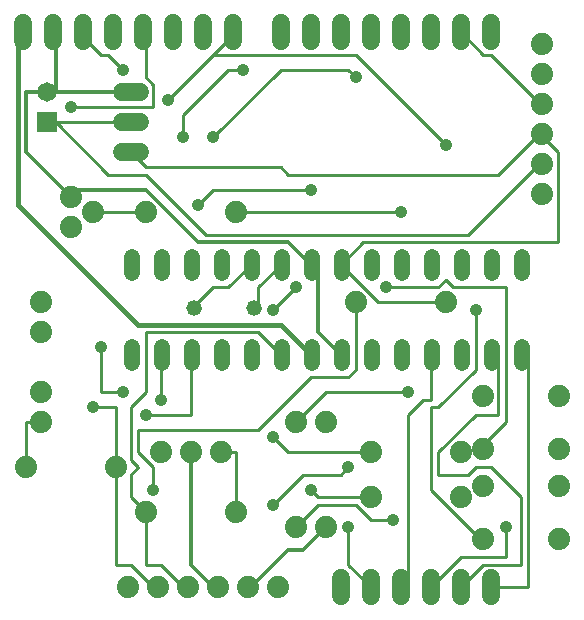
<source format=gbl>
G75*
%MOIN*%
%OFA0B0*%
%FSLAX24Y24*%
%IPPOS*%
%LPD*%
%AMOC8*
5,1,8,0,0,1.08239X$1,22.5*
%
%ADD10C,0.0520*%
%ADD11C,0.0600*%
%ADD12C,0.0740*%
%ADD13C,0.0520*%
%ADD14R,0.0650X0.0650*%
%ADD15C,0.0650*%
%ADD16C,0.0120*%
%ADD17C,0.0100*%
%ADD18C,0.0420*%
%ADD19C,0.0160*%
D10*
X004650Y009040D02*
X004650Y009560D01*
X005650Y009560D02*
X005650Y009040D01*
X006650Y009040D02*
X006650Y009560D01*
X007650Y009560D02*
X007650Y009040D01*
X008650Y009040D02*
X008650Y009560D01*
X009650Y009560D02*
X009650Y009040D01*
X010650Y009040D02*
X010650Y009560D01*
X011650Y009560D02*
X011650Y009040D01*
X012650Y009040D02*
X012650Y009560D01*
X013650Y009560D02*
X013650Y009040D01*
X014650Y009040D02*
X014650Y009560D01*
X015650Y009560D02*
X015650Y009040D01*
X016650Y009040D02*
X016650Y009560D01*
X017650Y009560D02*
X017650Y009040D01*
X017650Y012040D02*
X017650Y012560D01*
X016650Y012560D02*
X016650Y012040D01*
X015650Y012040D02*
X015650Y012560D01*
X014650Y012560D02*
X014650Y012040D01*
X013650Y012040D02*
X013650Y012560D01*
X012650Y012560D02*
X012650Y012040D01*
X011650Y012040D02*
X011650Y012560D01*
X010650Y012560D02*
X010650Y012040D01*
X009650Y012040D02*
X009650Y012560D01*
X008650Y012560D02*
X008650Y012040D01*
X007650Y012040D02*
X007650Y012560D01*
X006650Y012560D02*
X006650Y012040D01*
X005650Y012040D02*
X005650Y012560D01*
X004650Y012560D02*
X004650Y012040D01*
D11*
X004900Y016050D02*
X004300Y016050D01*
X004300Y017050D02*
X004900Y017050D01*
X004900Y018050D02*
X004300Y018050D01*
X004000Y019750D02*
X004000Y020350D01*
X005000Y020350D02*
X005000Y019750D01*
X006000Y019750D02*
X006000Y020350D01*
X007000Y020350D02*
X007000Y019750D01*
X008000Y019750D02*
X008000Y020350D01*
X009600Y020350D02*
X009600Y019750D01*
X010600Y019750D02*
X010600Y020350D01*
X011600Y020350D02*
X011600Y019750D01*
X012600Y019750D02*
X012600Y020350D01*
X013600Y020350D02*
X013600Y019750D01*
X014600Y019750D02*
X014600Y020350D01*
X015600Y020350D02*
X015600Y019750D01*
X016600Y019750D02*
X016600Y020350D01*
X003000Y020350D02*
X003000Y019750D01*
X002000Y019750D02*
X002000Y020350D01*
X001000Y020350D02*
X001000Y019750D01*
X011600Y001850D02*
X011600Y001250D01*
X012600Y001250D02*
X012600Y001850D01*
X013600Y001850D02*
X013600Y001250D01*
X014600Y001250D02*
X014600Y001850D01*
X015600Y001850D02*
X015600Y001250D01*
X016600Y001250D02*
X016600Y001850D01*
D12*
X016320Y003160D03*
X015600Y004550D03*
X016320Y004940D03*
X016320Y006160D03*
X015600Y006050D03*
X016320Y007940D03*
X018880Y007940D03*
X018880Y006160D03*
X018880Y004940D03*
X018880Y003160D03*
X012600Y004550D03*
X012600Y006050D03*
X011100Y007050D03*
X010100Y007050D03*
X007600Y006050D03*
X006600Y006050D03*
X005600Y006050D03*
X004100Y005550D03*
X005100Y004050D03*
X005500Y001550D03*
X006500Y001550D03*
X007500Y001550D03*
X008500Y001550D03*
X009500Y001550D03*
X010100Y003550D03*
X011100Y003550D03*
X008100Y004050D03*
X004500Y001550D03*
X001100Y005550D03*
X001600Y007050D03*
X001600Y008050D03*
X001600Y010050D03*
X001600Y011050D03*
X002600Y013550D03*
X003350Y014050D03*
X002600Y014550D03*
X005100Y014050D03*
X008100Y014050D03*
X012100Y011050D03*
X015100Y011050D03*
X018300Y014650D03*
X018300Y015650D03*
X018300Y016650D03*
X018300Y017650D03*
X018300Y018650D03*
X018300Y019650D03*
D13*
X008700Y010850D03*
X006700Y010850D03*
D14*
X001800Y017050D03*
D15*
X001800Y018050D03*
D16*
X001100Y018050D01*
X001100Y016050D01*
X002600Y014550D01*
X002850Y014800D01*
X005100Y014800D01*
X006850Y013050D01*
X009850Y013050D01*
X010600Y012300D01*
X010650Y012300D01*
X010850Y012300D01*
X010850Y010050D01*
X011600Y009300D01*
X011650Y009300D01*
X006600Y006050D02*
X006600Y002300D01*
X007350Y001550D01*
X007500Y001550D01*
X008500Y001550D02*
X008600Y001550D01*
X009850Y002800D01*
X010350Y002800D01*
X011100Y003550D01*
X004600Y018050D02*
X002100Y018050D01*
X001800Y018050D01*
X002100Y018050D02*
X002100Y020050D01*
X002000Y020050D01*
D17*
X004100Y002300D02*
X004600Y002300D01*
X005350Y001550D01*
X005500Y001550D01*
X005600Y002300D02*
X005100Y002300D01*
X005100Y004050D01*
X004600Y004550D01*
X004600Y005300D01*
X004850Y005550D01*
X004600Y005800D01*
X004600Y007550D01*
X005100Y008050D01*
X005100Y010050D01*
X008850Y010050D01*
X009600Y009300D01*
X009650Y009300D01*
X010600Y008550D02*
X011850Y008550D01*
X012100Y008800D01*
X012100Y011050D01*
X012850Y011050D02*
X011600Y012300D01*
X011650Y012300D01*
X011600Y012300D02*
X012350Y013050D01*
X018850Y013050D01*
X018850Y016050D01*
X018350Y016550D01*
X018300Y016650D01*
X018100Y016550D01*
X016850Y015300D01*
X009850Y015300D01*
X009600Y015550D01*
X005100Y015550D01*
X004600Y016050D01*
X005100Y015300D02*
X003850Y015300D01*
X002100Y017050D01*
X001800Y017050D01*
X002100Y017050D02*
X004600Y017050D01*
X005350Y017550D02*
X002600Y017550D01*
X003600Y019300D02*
X002850Y020050D01*
X003000Y020050D01*
X003600Y019300D02*
X003850Y019300D01*
X004350Y018800D01*
X005100Y018550D02*
X005350Y018300D01*
X005350Y017550D01*
X005850Y017800D02*
X007350Y019300D01*
X012100Y019300D01*
X015100Y016300D01*
X013600Y014050D02*
X008100Y014050D01*
X007350Y014800D02*
X010600Y014800D01*
X009650Y012300D02*
X009600Y012300D01*
X008850Y011550D01*
X008850Y011050D01*
X008700Y010850D01*
X009350Y010800D02*
X010100Y011550D01*
X008650Y012300D02*
X008600Y012300D01*
X007850Y011550D01*
X007350Y011550D01*
X006850Y011050D01*
X006700Y010850D01*
X006650Y009300D02*
X006600Y009300D01*
X006600Y007300D01*
X005100Y007300D01*
X004850Y006800D02*
X008850Y006800D01*
X010600Y008550D01*
X011100Y008050D02*
X013850Y008050D01*
X014350Y007800D02*
X013850Y007300D01*
X013850Y001550D01*
X013600Y001550D01*
X012600Y001550D02*
X011850Y002300D01*
X011850Y003550D01*
X012600Y003800D02*
X012100Y004300D01*
X010850Y004300D01*
X010100Y003550D01*
X009350Y004300D02*
X010350Y005300D01*
X011600Y005300D01*
X011850Y005550D01*
X012600Y006050D02*
X009850Y006050D01*
X009350Y006550D01*
X010100Y007050D02*
X011100Y008050D01*
X008100Y006050D02*
X007600Y006050D01*
X008100Y006050D02*
X008100Y004050D01*
X010600Y004800D02*
X010850Y004550D01*
X012600Y004550D01*
X012600Y003800D02*
X013350Y003800D01*
X014600Y004800D02*
X014600Y007550D01*
X014850Y007550D01*
X016100Y008800D01*
X016100Y010800D01*
X015350Y011550D02*
X015100Y011800D01*
X014850Y011550D01*
X013100Y011550D01*
X012850Y011050D02*
X015100Y011050D01*
X015350Y011550D02*
X017100Y011550D01*
X017100Y007050D01*
X016350Y006300D01*
X016320Y006160D01*
X016100Y005550D02*
X016600Y005550D01*
X017600Y004550D01*
X017600Y002300D01*
X016350Y002300D01*
X015600Y001550D01*
X014600Y001550D02*
X015600Y002550D01*
X017100Y002550D01*
X017100Y003550D01*
X016320Y003160D02*
X016100Y003300D01*
X014600Y004800D01*
X014850Y005300D02*
X015850Y005300D01*
X016100Y005550D01*
X014850Y005300D02*
X014850Y006050D01*
X016100Y007300D01*
X016850Y007300D01*
X016850Y009300D01*
X016650Y009300D01*
X017650Y009300D02*
X017850Y009300D01*
X017850Y001550D01*
X016600Y001550D01*
X014600Y007800D02*
X014350Y007800D01*
X014600Y007800D02*
X014600Y009300D01*
X014650Y009300D01*
X015850Y013300D02*
X007100Y013300D01*
X005100Y015300D01*
X005100Y014050D02*
X003350Y014050D01*
X006350Y016550D02*
X006350Y017300D01*
X007850Y018800D01*
X008350Y018800D01*
X007350Y019300D02*
X008100Y020050D01*
X008000Y020050D01*
X009600Y018800D02*
X011850Y018800D01*
X012100Y018550D01*
X009600Y018800D02*
X007350Y016550D01*
X007350Y014800D02*
X006850Y014300D01*
X005100Y018550D02*
X005100Y020050D01*
X005000Y020050D01*
X003600Y009550D02*
X003600Y008050D01*
X004350Y008050D01*
X004100Y007550D02*
X003350Y007550D01*
X004100Y007550D02*
X004100Y005550D01*
X004100Y002300D01*
X005600Y002300D02*
X006350Y001550D01*
X006500Y001550D01*
X005350Y004800D02*
X005350Y005550D01*
X004850Y006050D01*
X004850Y006800D01*
X005600Y007800D02*
X005600Y009300D01*
X005650Y009300D01*
X001600Y007050D02*
X001100Y007050D01*
X001100Y005550D01*
X015850Y013300D02*
X018100Y015550D01*
X018300Y015650D01*
X018300Y017650D02*
X018100Y017800D01*
X016600Y019300D01*
X016350Y019300D01*
X015600Y020050D01*
D18*
X012100Y018550D03*
X015100Y016300D03*
X013600Y014050D03*
X013100Y011550D03*
X016100Y010800D03*
X013850Y008050D03*
X011850Y005550D03*
X010600Y004800D03*
X009350Y004300D03*
X009350Y006550D03*
X011850Y003550D03*
X013350Y003800D03*
X017100Y003550D03*
X009350Y010800D03*
X010100Y011550D03*
X010600Y014800D03*
X007350Y016550D03*
X006350Y016550D03*
X005850Y017800D03*
X004350Y018800D03*
X002600Y017550D03*
X006850Y014300D03*
X008350Y018800D03*
X003600Y009550D03*
X004350Y008050D03*
X005100Y007300D03*
X005600Y007800D03*
X003350Y007550D03*
X005350Y004800D03*
D19*
X010600Y009300D02*
X010650Y009300D01*
X010600Y009300D02*
X009600Y010300D01*
X004850Y010300D01*
X000850Y014300D01*
X000850Y020050D01*
X001000Y020050D01*
M02*

</source>
